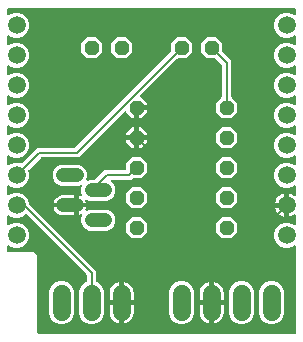
<source format=gbr>
G04 EAGLE Gerber RS-274X export*
G75*
%MOMM*%
%FSLAX34Y34*%
%LPD*%
%INBottom Copper*%
%IPPOS*%
%AMOC8*
5,1,8,0,0,1.08239X$1,22.5*%
G01*
%ADD10C,1.143000*%
%ADD11P,1.319650X8X202.500000*%
%ADD12P,1.319650X8X22.500000*%
%ADD13C,1.500000*%
%ADD14C,1.524000*%
%ADD15C,0.203200*%

G36*
X387916Y659393D02*
X387916Y659393D01*
X387974Y659391D01*
X388056Y659413D01*
X388140Y659425D01*
X388193Y659449D01*
X388249Y659463D01*
X388322Y659506D01*
X388399Y659541D01*
X388444Y659579D01*
X388494Y659609D01*
X388552Y659670D01*
X388616Y659725D01*
X388648Y659773D01*
X388688Y659816D01*
X388727Y659891D01*
X388774Y659961D01*
X388791Y660017D01*
X388818Y660069D01*
X388829Y660137D01*
X388859Y660232D01*
X388862Y660332D01*
X388873Y660400D01*
X388873Y733454D01*
X388869Y733483D01*
X388872Y733512D01*
X388849Y733623D01*
X388833Y733736D01*
X388821Y733762D01*
X388816Y733791D01*
X388764Y733892D01*
X388717Y733995D01*
X388698Y734017D01*
X388685Y734043D01*
X388607Y734126D01*
X388534Y734212D01*
X388509Y734228D01*
X388489Y734250D01*
X388391Y734307D01*
X388297Y734370D01*
X388269Y734378D01*
X388244Y734393D01*
X388134Y734421D01*
X388026Y734455D01*
X387997Y734456D01*
X387968Y734463D01*
X387855Y734460D01*
X387742Y734463D01*
X387713Y734455D01*
X387684Y734454D01*
X387576Y734419D01*
X387467Y734391D01*
X387441Y734376D01*
X387413Y734367D01*
X387350Y734321D01*
X387222Y734246D01*
X387179Y734200D01*
X387140Y734172D01*
X386975Y734007D01*
X383098Y732401D01*
X378902Y732401D01*
X375025Y734007D01*
X372057Y736975D01*
X370451Y740852D01*
X370451Y745048D01*
X372057Y748925D01*
X375025Y751893D01*
X378902Y753499D01*
X383098Y753499D01*
X386975Y751893D01*
X387140Y751728D01*
X387164Y751710D01*
X387183Y751688D01*
X387277Y751625D01*
X387367Y751557D01*
X387395Y751547D01*
X387419Y751530D01*
X387527Y751496D01*
X387633Y751456D01*
X387662Y751454D01*
X387690Y751445D01*
X387803Y751442D01*
X387916Y751432D01*
X387945Y751438D01*
X387974Y751437D01*
X388084Y751466D01*
X388195Y751488D01*
X388221Y751502D01*
X388249Y751509D01*
X388347Y751567D01*
X388447Y751619D01*
X388469Y751639D01*
X388494Y751654D01*
X388571Y751737D01*
X388653Y751815D01*
X388668Y751840D01*
X388688Y751862D01*
X388740Y751962D01*
X388797Y752060D01*
X388804Y752089D01*
X388818Y752115D01*
X388831Y752192D01*
X388867Y752336D01*
X388865Y752398D01*
X388873Y752446D01*
X388873Y759667D01*
X388860Y759758D01*
X388857Y759850D01*
X388841Y759898D01*
X388833Y759948D01*
X388796Y760032D01*
X388767Y760119D01*
X388738Y760161D01*
X388717Y760208D01*
X388658Y760278D01*
X388606Y760354D01*
X388566Y760386D01*
X388534Y760425D01*
X388457Y760476D01*
X388386Y760534D01*
X388339Y760554D01*
X388297Y760582D01*
X388209Y760610D01*
X388125Y760646D01*
X388074Y760653D01*
X388026Y760668D01*
X387934Y760670D01*
X387843Y760682D01*
X387792Y760674D01*
X387742Y760675D01*
X387653Y760652D01*
X387562Y760638D01*
X387522Y760618D01*
X387467Y760603D01*
X387330Y760522D01*
X387261Y760488D01*
X386263Y759762D01*
X384854Y759045D01*
X383351Y758557D01*
X383031Y758506D01*
X383031Y767334D01*
X383023Y767392D01*
X383025Y767450D01*
X383003Y767532D01*
X382991Y767615D01*
X382967Y767669D01*
X382953Y767725D01*
X382910Y767798D01*
X382875Y767875D01*
X382837Y767919D01*
X382807Y767970D01*
X382746Y768027D01*
X382691Y768092D01*
X382643Y768124D01*
X382600Y768164D01*
X382525Y768203D01*
X382455Y768249D01*
X382399Y768267D01*
X382347Y768294D01*
X382279Y768305D01*
X382184Y768335D01*
X382084Y768338D01*
X382016Y768349D01*
X380999Y768349D01*
X380999Y768351D01*
X382016Y768351D01*
X382074Y768359D01*
X382132Y768358D01*
X382214Y768379D01*
X382297Y768391D01*
X382351Y768415D01*
X382407Y768429D01*
X382480Y768472D01*
X382557Y768507D01*
X382602Y768545D01*
X382652Y768575D01*
X382710Y768636D01*
X382774Y768691D01*
X382806Y768739D01*
X382846Y768782D01*
X382885Y768857D01*
X382931Y768927D01*
X382949Y768983D01*
X382976Y769035D01*
X382987Y769103D01*
X383017Y769198D01*
X383020Y769298D01*
X383031Y769366D01*
X383031Y778194D01*
X383351Y778143D01*
X384854Y777655D01*
X386263Y776938D01*
X387261Y776212D01*
X387342Y776169D01*
X387419Y776118D01*
X387468Y776102D01*
X387512Y776079D01*
X387602Y776060D01*
X387690Y776032D01*
X387741Y776031D01*
X387791Y776020D01*
X387882Y776027D01*
X387974Y776025D01*
X388024Y776038D01*
X388074Y776041D01*
X388160Y776073D01*
X388249Y776097D01*
X388293Y776122D01*
X388341Y776140D01*
X388415Y776195D01*
X388494Y776242D01*
X388529Y776279D01*
X388569Y776309D01*
X388625Y776382D01*
X388688Y776449D01*
X388712Y776494D01*
X388742Y776535D01*
X388776Y776620D01*
X388818Y776702D01*
X388825Y776746D01*
X388846Y776799D01*
X388861Y776957D01*
X388873Y777033D01*
X388873Y784254D01*
X388869Y784283D01*
X388872Y784312D01*
X388849Y784423D01*
X388833Y784536D01*
X388821Y784562D01*
X388816Y784591D01*
X388764Y784692D01*
X388717Y784795D01*
X388698Y784817D01*
X388685Y784843D01*
X388607Y784926D01*
X388534Y785012D01*
X388509Y785028D01*
X388489Y785050D01*
X388391Y785107D01*
X388297Y785170D01*
X388269Y785178D01*
X388244Y785193D01*
X388134Y785221D01*
X388026Y785255D01*
X387997Y785256D01*
X387968Y785263D01*
X387855Y785260D01*
X387742Y785263D01*
X387713Y785255D01*
X387684Y785254D01*
X387576Y785219D01*
X387467Y785191D01*
X387441Y785176D01*
X387413Y785167D01*
X387350Y785121D01*
X387222Y785046D01*
X387179Y785000D01*
X387140Y784972D01*
X386975Y784807D01*
X383098Y783201D01*
X378902Y783201D01*
X375025Y784807D01*
X372057Y787775D01*
X370451Y791652D01*
X370451Y795848D01*
X372057Y799725D01*
X375025Y802693D01*
X378902Y804299D01*
X383098Y804299D01*
X386975Y802693D01*
X387140Y802528D01*
X387164Y802510D01*
X387183Y802488D01*
X387277Y802425D01*
X387367Y802357D01*
X387395Y802347D01*
X387419Y802330D01*
X387527Y802296D01*
X387633Y802256D01*
X387662Y802254D01*
X387690Y802245D01*
X387803Y802242D01*
X387916Y802232D01*
X387945Y802238D01*
X387974Y802237D01*
X388084Y802266D01*
X388195Y802288D01*
X388221Y802302D01*
X388249Y802309D01*
X388347Y802367D01*
X388447Y802419D01*
X388469Y802439D01*
X388494Y802454D01*
X388571Y802537D01*
X388653Y802615D01*
X388668Y802640D01*
X388688Y802662D01*
X388740Y802762D01*
X388797Y802860D01*
X388804Y802889D01*
X388818Y802915D01*
X388831Y802992D01*
X388867Y803136D01*
X388865Y803198D01*
X388873Y803246D01*
X388873Y809654D01*
X388869Y809683D01*
X388872Y809712D01*
X388866Y809740D01*
X388867Y809758D01*
X388849Y809825D01*
X388833Y809936D01*
X388821Y809962D01*
X388816Y809991D01*
X388796Y810030D01*
X388795Y810033D01*
X388788Y810045D01*
X388764Y810092D01*
X388717Y810195D01*
X388698Y810217D01*
X388685Y810243D01*
X388607Y810326D01*
X388534Y810412D01*
X388509Y810428D01*
X388489Y810450D01*
X388391Y810507D01*
X388297Y810570D01*
X388269Y810578D01*
X388244Y810593D01*
X388134Y810621D01*
X388026Y810655D01*
X387997Y810656D01*
X387968Y810663D01*
X387855Y810660D01*
X387742Y810663D01*
X387713Y810655D01*
X387684Y810654D01*
X387576Y810619D01*
X387572Y810618D01*
X387564Y810617D01*
X387559Y810615D01*
X387467Y810591D01*
X387441Y810576D01*
X387413Y810567D01*
X387350Y810521D01*
X387348Y810520D01*
X387305Y810501D01*
X387280Y810480D01*
X387222Y810446D01*
X387179Y810400D01*
X387140Y810372D01*
X386975Y810207D01*
X383098Y808601D01*
X378902Y808601D01*
X375025Y810207D01*
X372057Y813175D01*
X370451Y817052D01*
X370451Y821248D01*
X372057Y825125D01*
X375025Y828093D01*
X378902Y829699D01*
X383098Y829699D01*
X386975Y828093D01*
X387140Y827928D01*
X387164Y827910D01*
X387183Y827888D01*
X387277Y827825D01*
X387367Y827757D01*
X387395Y827747D01*
X387419Y827730D01*
X387527Y827696D01*
X387633Y827656D01*
X387662Y827654D01*
X387690Y827645D01*
X387803Y827642D01*
X387916Y827632D01*
X387945Y827638D01*
X387974Y827637D01*
X388084Y827666D01*
X388195Y827688D01*
X388221Y827702D01*
X388249Y827709D01*
X388347Y827767D01*
X388447Y827819D01*
X388469Y827839D01*
X388494Y827854D01*
X388571Y827937D01*
X388653Y828015D01*
X388668Y828040D01*
X388688Y828062D01*
X388740Y828162D01*
X388797Y828260D01*
X388804Y828289D01*
X388818Y828315D01*
X388831Y828392D01*
X388867Y828536D01*
X388865Y828598D01*
X388873Y828646D01*
X388873Y835054D01*
X388869Y835083D01*
X388872Y835112D01*
X388867Y835138D01*
X388867Y835139D01*
X388865Y835146D01*
X388849Y835223D01*
X388833Y835336D01*
X388821Y835362D01*
X388816Y835391D01*
X388764Y835492D01*
X388717Y835595D01*
X388698Y835617D01*
X388685Y835643D01*
X388607Y835726D01*
X388534Y835812D01*
X388509Y835828D01*
X388489Y835850D01*
X388391Y835907D01*
X388297Y835970D01*
X388269Y835978D01*
X388244Y835993D01*
X388134Y836021D01*
X388026Y836055D01*
X387997Y836056D01*
X387968Y836063D01*
X387855Y836060D01*
X387742Y836063D01*
X387713Y836055D01*
X387684Y836054D01*
X387576Y836019D01*
X387467Y835991D01*
X387441Y835976D01*
X387413Y835967D01*
X387350Y835921D01*
X387222Y835846D01*
X387179Y835800D01*
X387140Y835772D01*
X386975Y835607D01*
X383098Y834001D01*
X378902Y834001D01*
X375025Y835607D01*
X372057Y838575D01*
X370451Y842452D01*
X370451Y846648D01*
X372057Y850525D01*
X375025Y853493D01*
X378902Y855099D01*
X383098Y855099D01*
X386975Y853493D01*
X387140Y853328D01*
X387164Y853310D01*
X387183Y853288D01*
X387277Y853225D01*
X387367Y853157D01*
X387395Y853147D01*
X387419Y853130D01*
X387527Y853096D01*
X387633Y853056D01*
X387662Y853054D01*
X387690Y853045D01*
X387803Y853042D01*
X387916Y853032D01*
X387945Y853038D01*
X387974Y853037D01*
X388084Y853066D01*
X388195Y853088D01*
X388221Y853102D01*
X388249Y853109D01*
X388347Y853167D01*
X388447Y853219D01*
X388469Y853239D01*
X388494Y853254D01*
X388571Y853337D01*
X388653Y853415D01*
X388668Y853440D01*
X388688Y853462D01*
X388740Y853562D01*
X388797Y853660D01*
X388804Y853689D01*
X388818Y853715D01*
X388831Y853792D01*
X388867Y853936D01*
X388865Y853998D01*
X388873Y854046D01*
X388873Y860454D01*
X388869Y860483D01*
X388872Y860512D01*
X388849Y860623D01*
X388833Y860736D01*
X388821Y860762D01*
X388816Y860791D01*
X388764Y860892D01*
X388717Y860995D01*
X388698Y861017D01*
X388685Y861043D01*
X388607Y861126D01*
X388534Y861212D01*
X388509Y861228D01*
X388489Y861250D01*
X388391Y861307D01*
X388297Y861370D01*
X388269Y861378D01*
X388244Y861393D01*
X388134Y861421D01*
X388026Y861455D01*
X387997Y861456D01*
X387968Y861463D01*
X387855Y861460D01*
X387742Y861463D01*
X387713Y861455D01*
X387684Y861454D01*
X387576Y861419D01*
X387467Y861391D01*
X387441Y861376D01*
X387413Y861367D01*
X387350Y861321D01*
X387222Y861246D01*
X387179Y861200D01*
X387140Y861172D01*
X386975Y861007D01*
X383098Y859401D01*
X378902Y859401D01*
X375025Y861007D01*
X372057Y863975D01*
X370451Y867852D01*
X370451Y872048D01*
X372057Y875925D01*
X375025Y878893D01*
X378902Y880499D01*
X383098Y880499D01*
X386975Y878893D01*
X387140Y878728D01*
X387164Y878710D01*
X387183Y878688D01*
X387277Y878625D01*
X387367Y878557D01*
X387395Y878547D01*
X387419Y878530D01*
X387527Y878496D01*
X387633Y878456D01*
X387662Y878454D01*
X387690Y878445D01*
X387803Y878442D01*
X387916Y878432D01*
X387945Y878438D01*
X387974Y878437D01*
X388084Y878466D01*
X388195Y878488D01*
X388221Y878502D01*
X388249Y878509D01*
X388347Y878567D01*
X388447Y878619D01*
X388469Y878639D01*
X388494Y878654D01*
X388571Y878737D01*
X388653Y878815D01*
X388668Y878840D01*
X388688Y878862D01*
X388740Y878962D01*
X388797Y879060D01*
X388804Y879089D01*
X388818Y879115D01*
X388831Y879192D01*
X388867Y879336D01*
X388865Y879398D01*
X388873Y879446D01*
X388873Y885854D01*
X388869Y885883D01*
X388872Y885912D01*
X388849Y886023D01*
X388833Y886136D01*
X388821Y886162D01*
X388816Y886191D01*
X388764Y886292D01*
X388717Y886395D01*
X388698Y886417D01*
X388685Y886443D01*
X388607Y886526D01*
X388534Y886612D01*
X388509Y886628D01*
X388489Y886650D01*
X388391Y886707D01*
X388297Y886770D01*
X388269Y886778D01*
X388244Y886793D01*
X388134Y886821D01*
X388026Y886855D01*
X387997Y886856D01*
X387968Y886863D01*
X387855Y886860D01*
X387742Y886863D01*
X387713Y886855D01*
X387684Y886854D01*
X387576Y886819D01*
X387467Y886791D01*
X387441Y886776D01*
X387413Y886767D01*
X387350Y886721D01*
X387222Y886646D01*
X387179Y886600D01*
X387140Y886572D01*
X386975Y886407D01*
X383098Y884801D01*
X378902Y884801D01*
X375025Y886407D01*
X372057Y889375D01*
X370451Y893252D01*
X370451Y897448D01*
X372057Y901325D01*
X375025Y904293D01*
X378902Y905899D01*
X383098Y905899D01*
X386975Y904293D01*
X387140Y904128D01*
X387164Y904110D01*
X387183Y904088D01*
X387277Y904025D01*
X387367Y903957D01*
X387395Y903947D01*
X387419Y903930D01*
X387527Y903896D01*
X387633Y903856D01*
X387662Y903854D01*
X387690Y903845D01*
X387803Y903842D01*
X387916Y903832D01*
X387945Y903838D01*
X387974Y903837D01*
X388084Y903866D01*
X388195Y903888D01*
X388221Y903902D01*
X388249Y903909D01*
X388347Y903967D01*
X388447Y904019D01*
X388469Y904039D01*
X388494Y904054D01*
X388571Y904137D01*
X388653Y904215D01*
X388668Y904240D01*
X388688Y904262D01*
X388740Y904362D01*
X388797Y904460D01*
X388804Y904489D01*
X388818Y904515D01*
X388831Y904592D01*
X388867Y904736D01*
X388865Y904798D01*
X388873Y904846D01*
X388873Y911254D01*
X388869Y911283D01*
X388872Y911312D01*
X388849Y911423D01*
X388833Y911536D01*
X388821Y911562D01*
X388816Y911591D01*
X388764Y911692D01*
X388717Y911795D01*
X388698Y911817D01*
X388685Y911843D01*
X388607Y911926D01*
X388534Y912012D01*
X388509Y912028D01*
X388489Y912050D01*
X388391Y912107D01*
X388297Y912170D01*
X388269Y912178D01*
X388244Y912193D01*
X388134Y912221D01*
X388026Y912255D01*
X387997Y912256D01*
X387968Y912263D01*
X387855Y912260D01*
X387742Y912263D01*
X387713Y912255D01*
X387684Y912254D01*
X387576Y912219D01*
X387467Y912191D01*
X387441Y912176D01*
X387413Y912167D01*
X387350Y912121D01*
X387222Y912046D01*
X387179Y912000D01*
X387140Y911972D01*
X386975Y911807D01*
X383098Y910201D01*
X378902Y910201D01*
X375025Y911807D01*
X372057Y914775D01*
X370451Y918652D01*
X370451Y922848D01*
X372057Y926725D01*
X375025Y929693D01*
X378902Y931299D01*
X383098Y931299D01*
X386975Y929693D01*
X387140Y929528D01*
X387164Y929510D01*
X387183Y929488D01*
X387277Y929425D01*
X387367Y929357D01*
X387395Y929347D01*
X387419Y929330D01*
X387527Y929296D01*
X387633Y929256D01*
X387662Y929254D01*
X387690Y929245D01*
X387803Y929242D01*
X387916Y929232D01*
X387945Y929238D01*
X387974Y929237D01*
X388084Y929266D01*
X388195Y929288D01*
X388221Y929302D01*
X388249Y929309D01*
X388347Y929367D01*
X388447Y929419D01*
X388469Y929439D01*
X388494Y929454D01*
X388571Y929537D01*
X388653Y929615D01*
X388668Y929640D01*
X388688Y929662D01*
X388740Y929762D01*
X388797Y929860D01*
X388804Y929889D01*
X388818Y929915D01*
X388831Y929992D01*
X388867Y930136D01*
X388865Y930198D01*
X388873Y930246D01*
X388873Y933958D01*
X388865Y934016D01*
X388867Y934074D01*
X388845Y934156D01*
X388833Y934240D01*
X388810Y934293D01*
X388795Y934349D01*
X388752Y934422D01*
X388717Y934499D01*
X388679Y934544D01*
X388650Y934594D01*
X388588Y934652D01*
X388534Y934716D01*
X388485Y934748D01*
X388442Y934788D01*
X388367Y934827D01*
X388297Y934874D01*
X388241Y934891D01*
X388189Y934918D01*
X388121Y934929D01*
X388026Y934959D01*
X387926Y934962D01*
X387858Y934973D01*
X145542Y934973D01*
X145484Y934965D01*
X145426Y934967D01*
X145344Y934945D01*
X145260Y934933D01*
X145207Y934910D01*
X145151Y934895D01*
X145078Y934852D01*
X145001Y934817D01*
X144956Y934779D01*
X144906Y934750D01*
X144848Y934688D01*
X144784Y934634D01*
X144752Y934585D01*
X144712Y934542D01*
X144673Y934467D01*
X144626Y934397D01*
X144609Y934341D01*
X144582Y934289D01*
X144571Y934221D01*
X144541Y934126D01*
X144538Y934026D01*
X144527Y933958D01*
X144527Y930246D01*
X144531Y930217D01*
X144528Y930188D01*
X144551Y930077D01*
X144567Y929964D01*
X144579Y929938D01*
X144584Y929909D01*
X144636Y929808D01*
X144683Y929705D01*
X144702Y929683D01*
X144715Y929657D01*
X144793Y929574D01*
X144866Y929488D01*
X144891Y929472D01*
X144911Y929450D01*
X145009Y929393D01*
X145103Y929330D01*
X145131Y929322D01*
X145156Y929307D01*
X145266Y929279D01*
X145374Y929245D01*
X145403Y929244D01*
X145432Y929237D01*
X145545Y929240D01*
X145658Y929237D01*
X145687Y929245D01*
X145716Y929246D01*
X145824Y929281D01*
X145933Y929309D01*
X145959Y929324D01*
X145987Y929333D01*
X146050Y929379D01*
X146178Y929454D01*
X146221Y929500D01*
X146260Y929528D01*
X146425Y929693D01*
X150302Y931299D01*
X154498Y931299D01*
X158375Y929693D01*
X161343Y926725D01*
X162949Y922848D01*
X162949Y918652D01*
X161343Y914775D01*
X158375Y911807D01*
X154498Y910201D01*
X150302Y910201D01*
X146425Y911807D01*
X146260Y911972D01*
X146236Y911990D01*
X146217Y912012D01*
X146123Y912075D01*
X146033Y912143D01*
X146005Y912153D01*
X145981Y912170D01*
X145873Y912204D01*
X145767Y912244D01*
X145738Y912246D01*
X145710Y912255D01*
X145597Y912258D01*
X145484Y912268D01*
X145455Y912262D01*
X145426Y912263D01*
X145316Y912234D01*
X145205Y912212D01*
X145179Y912198D01*
X145151Y912191D01*
X145053Y912133D01*
X144953Y912081D01*
X144931Y912061D01*
X144906Y912046D01*
X144829Y911963D01*
X144747Y911885D01*
X144732Y911860D01*
X144712Y911838D01*
X144660Y911738D01*
X144603Y911640D01*
X144596Y911611D01*
X144582Y911585D01*
X144569Y911508D01*
X144533Y911364D01*
X144535Y911302D01*
X144527Y911254D01*
X144527Y904846D01*
X144531Y904817D01*
X144528Y904788D01*
X144551Y904677D01*
X144567Y904564D01*
X144579Y904538D01*
X144584Y904509D01*
X144636Y904408D01*
X144683Y904305D01*
X144702Y904283D01*
X144715Y904257D01*
X144793Y904174D01*
X144866Y904088D01*
X144891Y904072D01*
X144911Y904050D01*
X145009Y903993D01*
X145103Y903930D01*
X145131Y903922D01*
X145156Y903907D01*
X145266Y903879D01*
X145374Y903845D01*
X145403Y903844D01*
X145432Y903837D01*
X145545Y903840D01*
X145658Y903837D01*
X145687Y903845D01*
X145716Y903846D01*
X145824Y903881D01*
X145933Y903909D01*
X145959Y903924D01*
X145987Y903933D01*
X146050Y903979D01*
X146178Y904054D01*
X146221Y904100D01*
X146260Y904128D01*
X146425Y904293D01*
X150302Y905899D01*
X154498Y905899D01*
X158375Y904293D01*
X161343Y901325D01*
X162949Y897448D01*
X162949Y893252D01*
X161343Y889375D01*
X158375Y886407D01*
X154498Y884801D01*
X150302Y884801D01*
X146425Y886407D01*
X146260Y886572D01*
X146236Y886590D01*
X146217Y886612D01*
X146123Y886675D01*
X146033Y886743D01*
X146005Y886753D01*
X145981Y886770D01*
X145873Y886804D01*
X145767Y886844D01*
X145738Y886846D01*
X145710Y886855D01*
X145597Y886858D01*
X145484Y886868D01*
X145455Y886862D01*
X145426Y886863D01*
X145316Y886834D01*
X145205Y886812D01*
X145179Y886798D01*
X145151Y886791D01*
X145053Y886733D01*
X144953Y886681D01*
X144931Y886661D01*
X144906Y886646D01*
X144829Y886563D01*
X144747Y886485D01*
X144732Y886460D01*
X144712Y886438D01*
X144660Y886338D01*
X144603Y886240D01*
X144596Y886211D01*
X144582Y886185D01*
X144569Y886108D01*
X144533Y885964D01*
X144535Y885902D01*
X144527Y885854D01*
X144527Y879446D01*
X144531Y879417D01*
X144528Y879388D01*
X144551Y879277D01*
X144567Y879164D01*
X144579Y879138D01*
X144584Y879109D01*
X144636Y879008D01*
X144683Y878905D01*
X144702Y878883D01*
X144715Y878857D01*
X144793Y878774D01*
X144866Y878688D01*
X144891Y878672D01*
X144911Y878650D01*
X145009Y878593D01*
X145103Y878530D01*
X145131Y878522D01*
X145156Y878507D01*
X145266Y878479D01*
X145374Y878445D01*
X145403Y878444D01*
X145432Y878437D01*
X145545Y878440D01*
X145658Y878437D01*
X145687Y878445D01*
X145716Y878446D01*
X145824Y878481D01*
X145933Y878509D01*
X145959Y878524D01*
X145987Y878533D01*
X146050Y878579D01*
X146178Y878654D01*
X146221Y878700D01*
X146260Y878728D01*
X146425Y878893D01*
X150302Y880499D01*
X154498Y880499D01*
X158375Y878893D01*
X161343Y875925D01*
X162949Y872048D01*
X162949Y867852D01*
X161343Y863975D01*
X158375Y861007D01*
X154498Y859401D01*
X150302Y859401D01*
X146425Y861007D01*
X146260Y861172D01*
X146236Y861190D01*
X146217Y861212D01*
X146123Y861275D01*
X146033Y861343D01*
X146005Y861353D01*
X145981Y861370D01*
X145873Y861404D01*
X145767Y861444D01*
X145738Y861446D01*
X145710Y861455D01*
X145597Y861458D01*
X145484Y861468D01*
X145455Y861462D01*
X145426Y861463D01*
X145316Y861434D01*
X145205Y861412D01*
X145179Y861398D01*
X145151Y861391D01*
X145053Y861333D01*
X144953Y861281D01*
X144931Y861261D01*
X144906Y861246D01*
X144829Y861163D01*
X144747Y861085D01*
X144732Y861060D01*
X144712Y861038D01*
X144660Y860938D01*
X144603Y860840D01*
X144596Y860811D01*
X144582Y860785D01*
X144569Y860708D01*
X144533Y860564D01*
X144535Y860502D01*
X144527Y860454D01*
X144527Y854046D01*
X144531Y854017D01*
X144528Y853988D01*
X144551Y853877D01*
X144567Y853764D01*
X144579Y853738D01*
X144584Y853709D01*
X144636Y853608D01*
X144683Y853505D01*
X144702Y853483D01*
X144715Y853457D01*
X144793Y853374D01*
X144866Y853288D01*
X144891Y853272D01*
X144911Y853250D01*
X145009Y853193D01*
X145103Y853130D01*
X145131Y853122D01*
X145156Y853107D01*
X145266Y853079D01*
X145374Y853045D01*
X145403Y853044D01*
X145432Y853037D01*
X145545Y853040D01*
X145658Y853037D01*
X145687Y853045D01*
X145716Y853046D01*
X145824Y853081D01*
X145933Y853109D01*
X145959Y853124D01*
X145987Y853133D01*
X146050Y853179D01*
X146178Y853254D01*
X146221Y853300D01*
X146260Y853328D01*
X146425Y853493D01*
X150302Y855099D01*
X154498Y855099D01*
X158375Y853493D01*
X161343Y850525D01*
X162949Y846648D01*
X162949Y842452D01*
X161343Y838575D01*
X158375Y835607D01*
X154498Y834001D01*
X150302Y834001D01*
X146425Y835607D01*
X146260Y835772D01*
X146236Y835790D01*
X146217Y835812D01*
X146162Y835849D01*
X146157Y835853D01*
X146149Y835857D01*
X146123Y835875D01*
X146033Y835943D01*
X146005Y835953D01*
X145981Y835970D01*
X145873Y836004D01*
X145767Y836044D01*
X145738Y836046D01*
X145710Y836055D01*
X145597Y836058D01*
X145484Y836068D01*
X145455Y836062D01*
X145426Y836063D01*
X145316Y836034D01*
X145205Y836012D01*
X145179Y835998D01*
X145151Y835991D01*
X145053Y835933D01*
X144953Y835881D01*
X144931Y835861D01*
X144906Y835846D01*
X144829Y835763D01*
X144747Y835685D01*
X144732Y835660D01*
X144712Y835638D01*
X144660Y835538D01*
X144603Y835440D01*
X144596Y835411D01*
X144582Y835385D01*
X144569Y835308D01*
X144533Y835164D01*
X144535Y835102D01*
X144527Y835054D01*
X144527Y828646D01*
X144531Y828617D01*
X144528Y828588D01*
X144551Y828477D01*
X144567Y828364D01*
X144579Y828338D01*
X144584Y828309D01*
X144636Y828208D01*
X144683Y828105D01*
X144702Y828083D01*
X144715Y828057D01*
X144793Y827974D01*
X144866Y827888D01*
X144891Y827872D01*
X144911Y827850D01*
X145009Y827793D01*
X145103Y827730D01*
X145131Y827722D01*
X145156Y827707D01*
X145266Y827679D01*
X145374Y827645D01*
X145403Y827644D01*
X145432Y827637D01*
X145545Y827640D01*
X145658Y827637D01*
X145687Y827645D01*
X145716Y827646D01*
X145824Y827681D01*
X145933Y827709D01*
X145959Y827724D01*
X145987Y827733D01*
X146050Y827779D01*
X146178Y827854D01*
X146221Y827900D01*
X146260Y827928D01*
X146425Y828093D01*
X150302Y829699D01*
X154498Y829699D01*
X158375Y828093D01*
X161343Y825125D01*
X162949Y821248D01*
X162949Y817052D01*
X161343Y813175D01*
X158375Y810207D01*
X154498Y808601D01*
X150302Y808601D01*
X146425Y810207D01*
X146260Y810372D01*
X146236Y810390D01*
X146217Y810412D01*
X146166Y810446D01*
X146138Y810472D01*
X146102Y810491D01*
X146033Y810543D01*
X146005Y810553D01*
X145981Y810570D01*
X145894Y810597D01*
X145885Y810602D01*
X145874Y810603D01*
X145873Y810604D01*
X145767Y810644D01*
X145738Y810646D01*
X145710Y810655D01*
X145597Y810658D01*
X145484Y810668D01*
X145455Y810662D01*
X145426Y810663D01*
X145316Y810634D01*
X145205Y810612D01*
X145179Y810598D01*
X145151Y810591D01*
X145053Y810533D01*
X144953Y810481D01*
X144931Y810461D01*
X144906Y810446D01*
X144829Y810363D01*
X144747Y810285D01*
X144732Y810260D01*
X144712Y810238D01*
X144660Y810138D01*
X144629Y810085D01*
X144626Y810081D01*
X144626Y810079D01*
X144603Y810040D01*
X144596Y810011D01*
X144582Y809985D01*
X144569Y809908D01*
X144559Y809867D01*
X144541Y809810D01*
X144540Y809794D01*
X144533Y809764D01*
X144535Y809702D01*
X144527Y809654D01*
X144527Y803246D01*
X144531Y803217D01*
X144528Y803188D01*
X144551Y803077D01*
X144567Y802964D01*
X144579Y802938D01*
X144584Y802909D01*
X144636Y802808D01*
X144683Y802705D01*
X144702Y802683D01*
X144715Y802657D01*
X144793Y802574D01*
X144866Y802488D01*
X144891Y802472D01*
X144911Y802450D01*
X145009Y802393D01*
X145103Y802330D01*
X145131Y802322D01*
X145156Y802307D01*
X145266Y802279D01*
X145374Y802245D01*
X145403Y802244D01*
X145432Y802237D01*
X145545Y802240D01*
X145658Y802237D01*
X145687Y802245D01*
X145716Y802246D01*
X145824Y802281D01*
X145933Y802309D01*
X145959Y802324D01*
X145987Y802333D01*
X146050Y802379D01*
X146178Y802454D01*
X146221Y802500D01*
X146260Y802528D01*
X146425Y802693D01*
X150302Y804299D01*
X154498Y804299D01*
X155782Y803767D01*
X155784Y803766D01*
X155785Y803766D01*
X155918Y803732D01*
X156057Y803696D01*
X156059Y803696D01*
X156061Y803696D01*
X156201Y803700D01*
X156342Y803704D01*
X156343Y803705D01*
X156345Y803705D01*
X156479Y803748D01*
X156612Y803791D01*
X156614Y803792D01*
X156615Y803792D01*
X156628Y803801D01*
X156849Y803949D01*
X156868Y803973D01*
X156889Y803987D01*
X167088Y814186D01*
X169766Y816865D01*
X201096Y816865D01*
X201182Y816877D01*
X201270Y816880D01*
X201322Y816897D01*
X201377Y816905D01*
X201457Y816940D01*
X201540Y816967D01*
X201580Y816995D01*
X201637Y817021D01*
X201750Y817117D01*
X201814Y817162D01*
X282658Y898006D01*
X282710Y898076D01*
X282770Y898140D01*
X282796Y898189D01*
X282829Y898233D01*
X282860Y898315D01*
X282900Y898393D01*
X282908Y898441D01*
X282930Y898499D01*
X282942Y898647D01*
X282955Y898724D01*
X282955Y905488D01*
X288312Y910845D01*
X295888Y910845D01*
X301245Y905488D01*
X301245Y897912D01*
X295888Y892555D01*
X289124Y892555D01*
X289038Y892543D01*
X288950Y892540D01*
X288897Y892523D01*
X288843Y892515D01*
X288763Y892480D01*
X288680Y892453D01*
X288640Y892425D01*
X288583Y892399D01*
X288470Y892303D01*
X288406Y892258D01*
X257349Y861201D01*
X257314Y861154D01*
X257272Y861114D01*
X257229Y861041D01*
X257178Y860974D01*
X257157Y860919D01*
X257128Y860869D01*
X257107Y860787D01*
X257077Y860708D01*
X257072Y860650D01*
X257058Y860593D01*
X257060Y860509D01*
X257053Y860425D01*
X257065Y860367D01*
X257067Y860309D01*
X257093Y860229D01*
X257109Y860146D01*
X257136Y860094D01*
X257154Y860038D01*
X257194Y859982D01*
X257240Y859894D01*
X257309Y859821D01*
X257349Y859765D01*
X262637Y854477D01*
X262637Y852931D01*
X255016Y852931D01*
X254958Y852923D01*
X254900Y852925D01*
X254818Y852903D01*
X254735Y852891D01*
X254681Y852867D01*
X254625Y852853D01*
X254552Y852810D01*
X254475Y852775D01*
X254431Y852737D01*
X254380Y852707D01*
X254323Y852646D01*
X254258Y852591D01*
X254226Y852543D01*
X254186Y852500D01*
X254147Y852425D01*
X254101Y852355D01*
X254083Y852299D01*
X254056Y852247D01*
X254045Y852179D01*
X254015Y852084D01*
X254012Y851984D01*
X254001Y851916D01*
X254001Y850899D01*
X252984Y850899D01*
X252926Y850891D01*
X252868Y850892D01*
X252786Y850871D01*
X252703Y850859D01*
X252649Y850835D01*
X252593Y850821D01*
X252520Y850778D01*
X252443Y850743D01*
X252398Y850705D01*
X252348Y850675D01*
X252290Y850614D01*
X252226Y850559D01*
X252194Y850511D01*
X252154Y850468D01*
X252115Y850393D01*
X252069Y850323D01*
X252051Y850267D01*
X252024Y850215D01*
X252013Y850147D01*
X251983Y850052D01*
X251980Y849952D01*
X251969Y849884D01*
X251969Y842263D01*
X250423Y842263D01*
X245135Y847551D01*
X245088Y847586D01*
X245048Y847628D01*
X244975Y847671D01*
X244908Y847722D01*
X244853Y847743D01*
X244803Y847772D01*
X244721Y847793D01*
X244642Y847823D01*
X244584Y847828D01*
X244527Y847842D01*
X244443Y847840D01*
X244359Y847847D01*
X244302Y847835D01*
X244243Y847833D01*
X244163Y847807D01*
X244080Y847791D01*
X244028Y847764D01*
X243973Y847746D01*
X243916Y847706D01*
X243828Y847660D01*
X243755Y847591D01*
X243699Y847551D01*
X204884Y808735D01*
X173554Y808735D01*
X173468Y808723D01*
X173380Y808720D01*
X173328Y808703D01*
X173273Y808695D01*
X173193Y808660D01*
X173110Y808633D01*
X173070Y808605D01*
X173013Y808579D01*
X172900Y808483D01*
X172836Y808438D01*
X162637Y798239D01*
X162636Y798237D01*
X162635Y798236D01*
X162550Y798123D01*
X162466Y798011D01*
X162466Y798010D01*
X162465Y798009D01*
X162415Y797877D01*
X162365Y797746D01*
X162365Y797744D01*
X162364Y797743D01*
X162353Y797604D01*
X162341Y797462D01*
X162342Y797461D01*
X162341Y797459D01*
X162345Y797444D01*
X162397Y797184D01*
X162411Y797157D01*
X162417Y797132D01*
X162949Y795848D01*
X162949Y791652D01*
X161343Y787775D01*
X158375Y784807D01*
X154498Y783201D01*
X150302Y783201D01*
X146425Y784807D01*
X146260Y784972D01*
X146236Y784990D01*
X146217Y785012D01*
X146123Y785075D01*
X146033Y785143D01*
X146005Y785153D01*
X145981Y785170D01*
X145873Y785204D01*
X145767Y785244D01*
X145738Y785246D01*
X145710Y785255D01*
X145597Y785258D01*
X145484Y785268D01*
X145455Y785262D01*
X145426Y785263D01*
X145316Y785234D01*
X145205Y785212D01*
X145179Y785198D01*
X145151Y785191D01*
X145053Y785133D01*
X144953Y785081D01*
X144931Y785061D01*
X144906Y785046D01*
X144829Y784963D01*
X144747Y784885D01*
X144732Y784860D01*
X144712Y784838D01*
X144660Y784738D01*
X144603Y784640D01*
X144596Y784611D01*
X144582Y784585D01*
X144569Y784508D01*
X144533Y784364D01*
X144535Y784302D01*
X144527Y784254D01*
X144527Y777846D01*
X144531Y777817D01*
X144528Y777788D01*
X144551Y777677D01*
X144567Y777564D01*
X144579Y777538D01*
X144584Y777509D01*
X144636Y777408D01*
X144683Y777305D01*
X144702Y777283D01*
X144715Y777257D01*
X144793Y777174D01*
X144866Y777088D01*
X144891Y777072D01*
X144911Y777050D01*
X145009Y776993D01*
X145103Y776930D01*
X145131Y776922D01*
X145156Y776907D01*
X145266Y776879D01*
X145374Y776845D01*
X145403Y776844D01*
X145432Y776837D01*
X145545Y776840D01*
X145658Y776837D01*
X145687Y776845D01*
X145716Y776846D01*
X145824Y776881D01*
X145933Y776909D01*
X145959Y776924D01*
X145987Y776933D01*
X146050Y776979D01*
X146178Y777054D01*
X146221Y777100D01*
X146260Y777128D01*
X146425Y777293D01*
X150302Y778899D01*
X154498Y778899D01*
X158375Y777293D01*
X161343Y774325D01*
X162949Y770448D01*
X162949Y770320D01*
X162961Y770234D01*
X162964Y770146D01*
X162981Y770093D01*
X162989Y770039D01*
X163024Y769959D01*
X163051Y769876D01*
X163079Y769836D01*
X163105Y769779D01*
X163201Y769666D01*
X163246Y769602D01*
X219965Y712884D01*
X219965Y703962D01*
X219965Y703961D01*
X219965Y703959D01*
X219985Y703819D01*
X220005Y703681D01*
X220005Y703680D01*
X220005Y703678D01*
X220062Y703552D01*
X220121Y703422D01*
X220122Y703420D01*
X220123Y703419D01*
X220217Y703308D01*
X220304Y703205D01*
X220306Y703204D01*
X220307Y703202D01*
X220320Y703194D01*
X220541Y703047D01*
X220570Y703038D01*
X220591Y703024D01*
X221943Y702464D01*
X224944Y699463D01*
X226569Y695542D01*
X226569Y676058D01*
X224944Y672137D01*
X221943Y669136D01*
X218022Y667511D01*
X213778Y667511D01*
X209857Y669136D01*
X206856Y672137D01*
X205231Y676058D01*
X205231Y695542D01*
X206856Y699463D01*
X209857Y702464D01*
X211209Y703024D01*
X211210Y703025D01*
X211211Y703026D01*
X211330Y703096D01*
X211453Y703169D01*
X211454Y703170D01*
X211456Y703171D01*
X211551Y703272D01*
X211649Y703376D01*
X211649Y703377D01*
X211650Y703378D01*
X211712Y703498D01*
X211779Y703628D01*
X211779Y703630D01*
X211780Y703631D01*
X211782Y703646D01*
X211834Y703907D01*
X211831Y703938D01*
X211835Y703962D01*
X211835Y709096D01*
X211823Y709182D01*
X211820Y709270D01*
X211803Y709322D01*
X211795Y709377D01*
X211760Y709457D01*
X211733Y709540D01*
X211705Y709580D01*
X211679Y709637D01*
X211592Y709740D01*
X211575Y709768D01*
X211561Y709781D01*
X211538Y709814D01*
X160878Y760474D01*
X160831Y760509D01*
X160791Y760551D01*
X160718Y760594D01*
X160651Y760645D01*
X160596Y760666D01*
X160545Y760695D01*
X160464Y760716D01*
X160385Y760746D01*
X160327Y760751D01*
X160270Y760765D01*
X160186Y760763D01*
X160102Y760770D01*
X160044Y760758D01*
X159986Y760756D01*
X159906Y760730D01*
X159823Y760714D01*
X159771Y760687D01*
X159715Y760669D01*
X159659Y760629D01*
X159571Y760583D01*
X159498Y760514D01*
X159442Y760474D01*
X158375Y759407D01*
X154498Y757801D01*
X150302Y757801D01*
X146425Y759407D01*
X146260Y759572D01*
X146236Y759590D01*
X146217Y759612D01*
X146123Y759675D01*
X146033Y759743D01*
X146005Y759753D01*
X145981Y759770D01*
X145873Y759804D01*
X145767Y759844D01*
X145738Y759846D01*
X145710Y759855D01*
X145597Y759858D01*
X145484Y759868D01*
X145455Y759862D01*
X145426Y759863D01*
X145316Y759834D01*
X145205Y759812D01*
X145179Y759798D01*
X145151Y759791D01*
X145053Y759733D01*
X144953Y759681D01*
X144931Y759661D01*
X144906Y759646D01*
X144829Y759563D01*
X144747Y759485D01*
X144732Y759460D01*
X144712Y759438D01*
X144660Y759338D01*
X144603Y759240D01*
X144596Y759211D01*
X144582Y759185D01*
X144569Y759108D01*
X144533Y758964D01*
X144535Y758902D01*
X144527Y758854D01*
X144527Y752446D01*
X144531Y752417D01*
X144528Y752388D01*
X144551Y752277D01*
X144567Y752164D01*
X144579Y752138D01*
X144584Y752109D01*
X144636Y752008D01*
X144683Y751905D01*
X144702Y751883D01*
X144715Y751857D01*
X144793Y751774D01*
X144866Y751688D01*
X144891Y751672D01*
X144911Y751650D01*
X145009Y751593D01*
X145103Y751530D01*
X145131Y751522D01*
X145156Y751507D01*
X145266Y751479D01*
X145374Y751445D01*
X145403Y751444D01*
X145432Y751437D01*
X145545Y751440D01*
X145658Y751437D01*
X145687Y751445D01*
X145716Y751446D01*
X145824Y751481D01*
X145933Y751509D01*
X145959Y751524D01*
X145987Y751533D01*
X146050Y751579D01*
X146178Y751654D01*
X146221Y751700D01*
X146260Y751728D01*
X146425Y751893D01*
X150302Y753499D01*
X154498Y753499D01*
X158375Y751893D01*
X161343Y748925D01*
X162949Y745048D01*
X162949Y740852D01*
X161343Y736975D01*
X158375Y734007D01*
X154498Y732401D01*
X150302Y732401D01*
X146425Y734007D01*
X146260Y734172D01*
X146236Y734190D01*
X146217Y734212D01*
X146123Y734275D01*
X146033Y734343D01*
X146005Y734353D01*
X145981Y734370D01*
X145873Y734404D01*
X145767Y734444D01*
X145738Y734446D01*
X145710Y734455D01*
X145597Y734458D01*
X145484Y734468D01*
X145455Y734462D01*
X145426Y734463D01*
X145316Y734434D01*
X145205Y734412D01*
X145179Y734398D01*
X145151Y734391D01*
X145053Y734333D01*
X144953Y734281D01*
X144931Y734261D01*
X144906Y734246D01*
X144829Y734163D01*
X144747Y734085D01*
X144732Y734060D01*
X144712Y734038D01*
X144660Y733938D01*
X144603Y733840D01*
X144596Y733811D01*
X144582Y733785D01*
X144569Y733708D01*
X144533Y733564D01*
X144535Y733502D01*
X144527Y733454D01*
X144527Y729742D01*
X144535Y729684D01*
X144533Y729626D01*
X144555Y729544D01*
X144567Y729460D01*
X144590Y729407D01*
X144605Y729351D01*
X144648Y729278D01*
X144683Y729201D01*
X144721Y729156D01*
X144750Y729106D01*
X144812Y729048D01*
X144866Y728984D01*
X144915Y728952D01*
X144958Y728912D01*
X145033Y728873D01*
X145103Y728826D01*
X145159Y728809D01*
X145211Y728782D01*
X145279Y728771D01*
X145374Y728741D01*
X145474Y728738D01*
X145542Y728727D01*
X167099Y728727D01*
X169927Y725899D01*
X169927Y660400D01*
X169935Y660342D01*
X169933Y660284D01*
X169955Y660202D01*
X169967Y660119D01*
X169990Y660065D01*
X170005Y660009D01*
X170048Y659936D01*
X170083Y659859D01*
X170121Y659814D01*
X170150Y659764D01*
X170212Y659706D01*
X170266Y659642D01*
X170315Y659610D01*
X170358Y659570D01*
X170433Y659531D01*
X170503Y659485D01*
X170559Y659467D01*
X170611Y659440D01*
X170679Y659429D01*
X170774Y659399D01*
X170874Y659396D01*
X170942Y659385D01*
X387858Y659385D01*
X387916Y659393D01*
G37*
%LPC*%
G36*
X205104Y770254D02*
X205104Y770254D01*
X205104Y776389D01*
X205608Y776288D01*
X206697Y775837D01*
X206726Y775830D01*
X206752Y775816D01*
X206863Y775795D01*
X206973Y775766D01*
X207002Y775767D01*
X207031Y775761D01*
X207144Y775771D01*
X207257Y775774D01*
X207285Y775783D01*
X207314Y775786D01*
X207420Y775827D01*
X207528Y775861D01*
X207552Y775877D01*
X207579Y775888D01*
X207670Y775956D01*
X207764Y776019D01*
X207783Y776042D01*
X207806Y776060D01*
X207874Y776150D01*
X207947Y776237D01*
X207959Y776264D01*
X207976Y776287D01*
X208016Y776393D01*
X208062Y776497D01*
X208066Y776526D01*
X208077Y776553D01*
X208086Y776666D01*
X208101Y776778D01*
X208097Y776807D01*
X208099Y776837D01*
X208082Y776913D01*
X208061Y777060D01*
X208035Y777117D01*
X208024Y777164D01*
X207136Y779307D01*
X207136Y782793D01*
X207749Y784273D01*
X207756Y784301D01*
X207770Y784327D01*
X207792Y784438D01*
X207820Y784548D01*
X207819Y784577D01*
X207825Y784606D01*
X207815Y784719D01*
X207812Y784832D01*
X207803Y784860D01*
X207800Y784889D01*
X207760Y784995D01*
X207725Y785103D01*
X207709Y785127D01*
X207698Y785154D01*
X207630Y785245D01*
X207567Y785339D01*
X207544Y785358D01*
X207527Y785381D01*
X207436Y785449D01*
X207349Y785522D01*
X207323Y785534D01*
X207299Y785551D01*
X207193Y785591D01*
X207090Y785637D01*
X207060Y785641D01*
X207033Y785652D01*
X206920Y785661D01*
X206808Y785676D01*
X206779Y785672D01*
X206750Y785674D01*
X206673Y785657D01*
X206527Y785636D01*
X206470Y785610D01*
X206423Y785599D01*
X204943Y784986D01*
X190027Y784986D01*
X186806Y786320D01*
X184340Y788786D01*
X183006Y792007D01*
X183006Y795493D01*
X184340Y798714D01*
X186806Y801180D01*
X190027Y802514D01*
X204943Y802514D01*
X208164Y801180D01*
X210630Y798714D01*
X211964Y795493D01*
X211964Y792007D01*
X211351Y790527D01*
X211344Y790499D01*
X211330Y790473D01*
X211308Y790362D01*
X211280Y790252D01*
X211281Y790223D01*
X211275Y790194D01*
X211285Y790081D01*
X211288Y789968D01*
X211297Y789940D01*
X211300Y789911D01*
X211340Y789805D01*
X211375Y789697D01*
X211391Y789673D01*
X211402Y789646D01*
X211470Y789555D01*
X211533Y789461D01*
X211556Y789442D01*
X211573Y789419D01*
X211664Y789351D01*
X211751Y789278D01*
X211777Y789266D01*
X211801Y789249D01*
X211907Y789209D01*
X212010Y789163D01*
X212040Y789159D01*
X212067Y789148D01*
X212180Y789139D01*
X212292Y789124D01*
X212321Y789128D01*
X212350Y789126D01*
X212427Y789143D01*
X212573Y789164D01*
X212630Y789190D01*
X212677Y789201D01*
X214157Y789814D01*
X218495Y789814D01*
X218581Y789826D01*
X218669Y789829D01*
X218721Y789846D01*
X218776Y789854D01*
X218856Y789889D01*
X218939Y789916D01*
X218979Y789944D01*
X219036Y789970D01*
X219149Y790066D01*
X219213Y790111D01*
X226916Y797815D01*
X243840Y797815D01*
X243898Y797823D01*
X243956Y797821D01*
X244038Y797843D01*
X244122Y797855D01*
X244175Y797878D01*
X244231Y797893D01*
X244304Y797936D01*
X244381Y797971D01*
X244426Y798009D01*
X244476Y798038D01*
X244534Y798100D01*
X244598Y798154D01*
X244630Y798203D01*
X244670Y798246D01*
X244709Y798321D01*
X244756Y798391D01*
X244773Y798447D01*
X244800Y798499D01*
X244811Y798567D01*
X244841Y798662D01*
X244844Y798762D01*
X244855Y798830D01*
X244855Y803888D01*
X250212Y809245D01*
X257788Y809245D01*
X263145Y803888D01*
X263145Y796312D01*
X257788Y790955D01*
X251024Y790955D01*
X250938Y790943D01*
X250850Y790940D01*
X250798Y790923D01*
X250743Y790915D01*
X250663Y790880D01*
X250580Y790853D01*
X250540Y790825D01*
X250483Y790799D01*
X250370Y790703D01*
X250306Y790658D01*
X249334Y789685D01*
X233540Y789685D01*
X233510Y789681D01*
X233481Y789684D01*
X233370Y789661D01*
X233258Y789645D01*
X233231Y789633D01*
X233203Y789628D01*
X233102Y789575D01*
X232999Y789529D01*
X232976Y789510D01*
X232950Y789497D01*
X232868Y789419D01*
X232782Y789346D01*
X232765Y789321D01*
X232744Y789301D01*
X232687Y789203D01*
X232624Y789109D01*
X232615Y789081D01*
X232600Y789056D01*
X232573Y788946D01*
X232538Y788838D01*
X232538Y788808D01*
X232530Y788780D01*
X232534Y788667D01*
X232531Y788554D01*
X232538Y788525D01*
X232539Y788496D01*
X232574Y788388D01*
X232603Y788279D01*
X232618Y788253D01*
X232627Y788225D01*
X232672Y788162D01*
X232748Y788034D01*
X232794Y787991D01*
X232822Y787952D01*
X234760Y786014D01*
X236094Y782793D01*
X236094Y779307D01*
X234760Y776086D01*
X232294Y773620D01*
X229073Y772286D01*
X214157Y772286D01*
X212014Y773174D01*
X211985Y773181D01*
X211959Y773195D01*
X211848Y773217D01*
X211738Y773245D01*
X211709Y773244D01*
X211680Y773250D01*
X211567Y773240D01*
X211454Y773237D01*
X211426Y773228D01*
X211397Y773225D01*
X211291Y773185D01*
X211183Y773150D01*
X211159Y773134D01*
X211132Y773123D01*
X211041Y773055D01*
X210947Y772992D01*
X210928Y772969D01*
X210905Y772952D01*
X210837Y772861D01*
X210764Y772774D01*
X210752Y772747D01*
X210735Y772724D01*
X210695Y772618D01*
X210649Y772514D01*
X210645Y772485D01*
X210634Y772458D01*
X210625Y772345D01*
X210610Y772233D01*
X210614Y772204D01*
X210612Y772175D01*
X210629Y772098D01*
X210651Y771951D01*
X210676Y771895D01*
X210687Y771847D01*
X211138Y770758D01*
X211239Y770254D01*
X205104Y770254D01*
G37*
%LPD*%
%LPC*%
G36*
X326412Y841755D02*
X326412Y841755D01*
X321055Y847112D01*
X321055Y854688D01*
X325838Y859471D01*
X325890Y859540D01*
X325950Y859604D01*
X325976Y859654D01*
X326009Y859698D01*
X326040Y859779D01*
X326080Y859857D01*
X326088Y859905D01*
X326110Y859963D01*
X326122Y860111D01*
X326135Y860188D01*
X326135Y886896D01*
X326123Y886982D01*
X326120Y887070D01*
X326103Y887122D01*
X326095Y887177D01*
X326060Y887257D01*
X326033Y887340D01*
X326005Y887380D01*
X325979Y887437D01*
X325883Y887550D01*
X325838Y887614D01*
X321194Y892258D01*
X321124Y892310D01*
X321060Y892370D01*
X321011Y892396D01*
X320967Y892429D01*
X320885Y892460D01*
X320807Y892500D01*
X320759Y892508D01*
X320701Y892530D01*
X320553Y892542D01*
X320476Y892555D01*
X313712Y892555D01*
X308355Y897912D01*
X308355Y905488D01*
X313712Y910845D01*
X321288Y910845D01*
X326645Y905488D01*
X326645Y898724D01*
X326657Y898638D01*
X326660Y898550D01*
X326677Y898497D01*
X326685Y898443D01*
X326720Y898363D01*
X326747Y898280D01*
X326775Y898240D01*
X326801Y898183D01*
X326897Y898070D01*
X326942Y898006D01*
X334265Y890684D01*
X334265Y860188D01*
X334277Y860102D01*
X334280Y860014D01*
X334297Y859962D01*
X334305Y859907D01*
X334340Y859827D01*
X334367Y859744D01*
X334395Y859705D01*
X334421Y859647D01*
X334517Y859534D01*
X334562Y859471D01*
X339345Y854688D01*
X339345Y847112D01*
X333988Y841755D01*
X326412Y841755D01*
G37*
%LPD*%
%LPC*%
G36*
X188378Y667511D02*
X188378Y667511D01*
X184457Y669136D01*
X181456Y672137D01*
X179831Y676058D01*
X179831Y695542D01*
X181456Y699463D01*
X184457Y702464D01*
X188378Y704089D01*
X192622Y704089D01*
X196543Y702464D01*
X199544Y699463D01*
X201169Y695542D01*
X201169Y676058D01*
X199544Y672137D01*
X196543Y669136D01*
X192622Y667511D01*
X188378Y667511D01*
G37*
%LPD*%
%LPC*%
G36*
X289978Y667511D02*
X289978Y667511D01*
X286057Y669136D01*
X283056Y672137D01*
X281431Y676058D01*
X281431Y695542D01*
X283056Y699463D01*
X286057Y702464D01*
X289978Y704089D01*
X294222Y704089D01*
X298143Y702464D01*
X301144Y699463D01*
X302769Y695542D01*
X302769Y676058D01*
X301144Y672137D01*
X298143Y669136D01*
X294222Y667511D01*
X289978Y667511D01*
G37*
%LPD*%
%LPC*%
G36*
X340778Y667511D02*
X340778Y667511D01*
X336857Y669136D01*
X333856Y672137D01*
X332231Y676058D01*
X332231Y695542D01*
X333856Y699463D01*
X336857Y702464D01*
X340778Y704089D01*
X345022Y704089D01*
X348943Y702464D01*
X351944Y699463D01*
X353569Y695542D01*
X353569Y676058D01*
X351944Y672137D01*
X348943Y669136D01*
X345022Y667511D01*
X340778Y667511D01*
G37*
%LPD*%
%LPC*%
G36*
X366178Y667511D02*
X366178Y667511D01*
X362257Y669136D01*
X359256Y672137D01*
X357631Y676058D01*
X357631Y695542D01*
X359256Y699463D01*
X362257Y702464D01*
X366178Y704089D01*
X370422Y704089D01*
X374343Y702464D01*
X377344Y699463D01*
X378969Y695542D01*
X378969Y676058D01*
X377344Y672137D01*
X374343Y669136D01*
X370422Y667511D01*
X366178Y667511D01*
G37*
%LPD*%
%LPC*%
G36*
X214157Y746886D02*
X214157Y746886D01*
X210936Y748220D01*
X208470Y750686D01*
X207136Y753907D01*
X207136Y757393D01*
X208024Y759536D01*
X208031Y759565D01*
X208045Y759591D01*
X208066Y759700D01*
X208075Y759727D01*
X208075Y759734D01*
X208095Y759812D01*
X208094Y759841D01*
X208100Y759870D01*
X208090Y759983D01*
X208087Y760096D01*
X208078Y760124D01*
X208075Y760153D01*
X208035Y760259D01*
X208000Y760367D01*
X207984Y760391D01*
X207973Y760418D01*
X207905Y760509D01*
X207842Y760603D01*
X207819Y760622D01*
X207802Y760645D01*
X207711Y760713D01*
X207624Y760786D01*
X207597Y760798D01*
X207574Y760815D01*
X207468Y760855D01*
X207364Y760901D01*
X207335Y760905D01*
X207308Y760916D01*
X207195Y760925D01*
X207083Y760940D01*
X207054Y760936D01*
X207025Y760938D01*
X206948Y760921D01*
X206801Y760899D01*
X206745Y760874D01*
X206697Y760863D01*
X205608Y760412D01*
X205104Y760311D01*
X205104Y766446D01*
X211239Y766446D01*
X211138Y765942D01*
X210687Y764853D01*
X210680Y764824D01*
X210666Y764798D01*
X210645Y764687D01*
X210616Y764577D01*
X210617Y764548D01*
X210611Y764519D01*
X210621Y764406D01*
X210624Y764293D01*
X210633Y764265D01*
X210636Y764236D01*
X210677Y764130D01*
X210711Y764022D01*
X210727Y763998D01*
X210738Y763971D01*
X210806Y763880D01*
X210869Y763786D01*
X210892Y763767D01*
X210910Y763744D01*
X211000Y763676D01*
X211087Y763603D01*
X211114Y763591D01*
X211137Y763574D01*
X211243Y763534D01*
X211347Y763488D01*
X211376Y763484D01*
X211403Y763473D01*
X211516Y763464D01*
X211628Y763449D01*
X211657Y763453D01*
X211687Y763451D01*
X211763Y763468D01*
X211910Y763489D01*
X211967Y763515D01*
X212014Y763526D01*
X214157Y764414D01*
X229073Y764414D01*
X232294Y763080D01*
X234760Y760614D01*
X236094Y757393D01*
X236094Y753907D01*
X234760Y750686D01*
X232294Y748220D01*
X229073Y746886D01*
X214157Y746886D01*
G37*
%LPD*%
%LPC*%
G36*
X237512Y892555D02*
X237512Y892555D01*
X232155Y897912D01*
X232155Y905488D01*
X237512Y910845D01*
X245088Y910845D01*
X250445Y905488D01*
X250445Y897912D01*
X245088Y892555D01*
X237512Y892555D01*
G37*
%LPD*%
%LPC*%
G36*
X212112Y892555D02*
X212112Y892555D01*
X206755Y897912D01*
X206755Y905488D01*
X212112Y910845D01*
X219688Y910845D01*
X225045Y905488D01*
X225045Y897912D01*
X219688Y892555D01*
X212112Y892555D01*
G37*
%LPD*%
%LPC*%
G36*
X326412Y816355D02*
X326412Y816355D01*
X321055Y821712D01*
X321055Y829288D01*
X326412Y834645D01*
X333988Y834645D01*
X339345Y829288D01*
X339345Y821712D01*
X333988Y816355D01*
X326412Y816355D01*
G37*
%LPD*%
%LPC*%
G36*
X326412Y790955D02*
X326412Y790955D01*
X321055Y796312D01*
X321055Y803888D01*
X326412Y809245D01*
X333988Y809245D01*
X339345Y803888D01*
X339345Y796312D01*
X333988Y790955D01*
X326412Y790955D01*
G37*
%LPD*%
%LPC*%
G36*
X326412Y765555D02*
X326412Y765555D01*
X321055Y770912D01*
X321055Y778488D01*
X326412Y783845D01*
X333988Y783845D01*
X339345Y778488D01*
X339345Y770912D01*
X333988Y765555D01*
X326412Y765555D01*
G37*
%LPD*%
%LPC*%
G36*
X250212Y765555D02*
X250212Y765555D01*
X244855Y770912D01*
X244855Y778488D01*
X250212Y783845D01*
X257788Y783845D01*
X263145Y778488D01*
X263145Y770912D01*
X257788Y765555D01*
X250212Y765555D01*
G37*
%LPD*%
%LPC*%
G36*
X250212Y740155D02*
X250212Y740155D01*
X244855Y745512D01*
X244855Y753088D01*
X250212Y758445D01*
X257788Y758445D01*
X263145Y753088D01*
X263145Y745512D01*
X257788Y740155D01*
X250212Y740155D01*
G37*
%LPD*%
%LPC*%
G36*
X326412Y740155D02*
X326412Y740155D01*
X321055Y745512D01*
X321055Y753088D01*
X326412Y758445D01*
X333988Y758445D01*
X339345Y753088D01*
X339345Y745512D01*
X333988Y740155D01*
X326412Y740155D01*
G37*
%LPD*%
%LPC*%
G36*
X243331Y687831D02*
X243331Y687831D01*
X243331Y703386D01*
X243679Y703331D01*
X245200Y702836D01*
X246625Y702110D01*
X247919Y701170D01*
X249050Y700039D01*
X249990Y698745D01*
X250716Y697320D01*
X251211Y695799D01*
X251461Y694220D01*
X251461Y687831D01*
X243331Y687831D01*
G37*
%LPD*%
%LPC*%
G36*
X319531Y687831D02*
X319531Y687831D01*
X319531Y703386D01*
X319879Y703331D01*
X321400Y702836D01*
X322825Y702110D01*
X324119Y701170D01*
X325250Y700039D01*
X326190Y698745D01*
X326916Y697320D01*
X327411Y695799D01*
X327661Y694220D01*
X327661Y687831D01*
X319531Y687831D01*
G37*
%LPD*%
%LPC*%
G36*
X319531Y683769D02*
X319531Y683769D01*
X327661Y683769D01*
X327661Y677380D01*
X327411Y675801D01*
X326916Y674280D01*
X326190Y672855D01*
X325250Y671561D01*
X324119Y670430D01*
X322825Y669490D01*
X321400Y668764D01*
X319879Y668269D01*
X319531Y668214D01*
X319531Y683769D01*
G37*
%LPD*%
%LPC*%
G36*
X243331Y683769D02*
X243331Y683769D01*
X251461Y683769D01*
X251461Y677380D01*
X251211Y675801D01*
X250716Y674280D01*
X249990Y672855D01*
X249050Y671561D01*
X247919Y670430D01*
X246625Y669490D01*
X245200Y668764D01*
X243679Y668269D01*
X243331Y668214D01*
X243331Y683769D01*
G37*
%LPD*%
%LPC*%
G36*
X231139Y687831D02*
X231139Y687831D01*
X231139Y694220D01*
X231389Y695799D01*
X231884Y697320D01*
X232610Y698745D01*
X233550Y700039D01*
X234681Y701170D01*
X235975Y702110D01*
X237400Y702836D01*
X238921Y703331D01*
X239269Y703386D01*
X239269Y687831D01*
X231139Y687831D01*
G37*
%LPD*%
%LPC*%
G36*
X307339Y687831D02*
X307339Y687831D01*
X307339Y694220D01*
X307589Y695799D01*
X308084Y697320D01*
X308810Y698745D01*
X309750Y700039D01*
X310881Y701170D01*
X312175Y702110D01*
X313600Y702836D01*
X315121Y703331D01*
X315469Y703386D01*
X315469Y687831D01*
X307339Y687831D01*
G37*
%LPD*%
%LPC*%
G36*
X315121Y668269D02*
X315121Y668269D01*
X313600Y668764D01*
X312175Y669490D01*
X310881Y670430D01*
X309750Y671561D01*
X308810Y672855D01*
X308084Y674280D01*
X307589Y675801D01*
X307339Y677380D01*
X307339Y683769D01*
X315469Y683769D01*
X315469Y668214D01*
X315121Y668269D01*
G37*
%LPD*%
%LPC*%
G36*
X238921Y668269D02*
X238921Y668269D01*
X237400Y668764D01*
X235975Y669490D01*
X234681Y670430D01*
X233550Y671561D01*
X232610Y672855D01*
X231884Y674280D01*
X231389Y675801D01*
X231139Y677380D01*
X231139Y683769D01*
X239269Y683769D01*
X239269Y668214D01*
X238921Y668269D01*
G37*
%LPD*%
%LPC*%
G36*
X183731Y770254D02*
X183731Y770254D01*
X183832Y770758D01*
X184454Y772261D01*
X185357Y773613D01*
X186507Y774763D01*
X187859Y775666D01*
X189362Y776288D01*
X190957Y776606D01*
X201296Y776606D01*
X201296Y770254D01*
X183731Y770254D01*
G37*
%LPD*%
%LPC*%
G36*
X190957Y760094D02*
X190957Y760094D01*
X189362Y760412D01*
X187859Y761034D01*
X186507Y761937D01*
X185357Y763087D01*
X184454Y764439D01*
X183832Y765942D01*
X183731Y766446D01*
X201296Y766446D01*
X201296Y760094D01*
X190957Y760094D01*
G37*
%LPD*%
%LPC*%
G36*
X371156Y770381D02*
X371156Y770381D01*
X371207Y770701D01*
X371695Y772204D01*
X372412Y773613D01*
X373341Y774891D01*
X374459Y776009D01*
X375737Y776938D01*
X377146Y777655D01*
X378649Y778143D01*
X378969Y778194D01*
X378969Y770381D01*
X371156Y770381D01*
G37*
%LPD*%
%LPC*%
G36*
X378649Y758557D02*
X378649Y758557D01*
X377146Y759045D01*
X375737Y759762D01*
X374459Y760691D01*
X373341Y761809D01*
X372412Y763087D01*
X371695Y764496D01*
X371207Y765999D01*
X371156Y766319D01*
X378969Y766319D01*
X378969Y758506D01*
X378649Y758557D01*
G37*
%LPD*%
%LPC*%
G36*
X256031Y827531D02*
X256031Y827531D01*
X256031Y834137D01*
X257577Y834137D01*
X262637Y829077D01*
X262637Y827531D01*
X256031Y827531D01*
G37*
%LPD*%
%LPC*%
G36*
X245363Y827531D02*
X245363Y827531D01*
X245363Y829077D01*
X250423Y834137D01*
X251969Y834137D01*
X251969Y827531D01*
X245363Y827531D01*
G37*
%LPD*%
%LPC*%
G36*
X256031Y842263D02*
X256031Y842263D01*
X256031Y848869D01*
X262637Y848869D01*
X262637Y847323D01*
X257577Y842263D01*
X256031Y842263D01*
G37*
%LPD*%
%LPC*%
G36*
X256031Y816863D02*
X256031Y816863D01*
X256031Y823469D01*
X262637Y823469D01*
X262637Y821923D01*
X257577Y816863D01*
X256031Y816863D01*
G37*
%LPD*%
%LPC*%
G36*
X250423Y816863D02*
X250423Y816863D01*
X245363Y821923D01*
X245363Y823469D01*
X251969Y823469D01*
X251969Y816863D01*
X250423Y816863D01*
G37*
%LPD*%
%LPC*%
G36*
X253999Y825499D02*
X253999Y825499D01*
X253999Y825501D01*
X254001Y825501D01*
X254001Y825499D01*
X253999Y825499D01*
G37*
%LPD*%
%LPC*%
G36*
X317499Y685799D02*
X317499Y685799D01*
X317499Y685801D01*
X317501Y685801D01*
X317501Y685799D01*
X317499Y685799D01*
G37*
%LPD*%
%LPC*%
G36*
X241299Y685799D02*
X241299Y685799D01*
X241299Y685801D01*
X241301Y685801D01*
X241301Y685799D01*
X241299Y685799D01*
G37*
%LPD*%
D10*
X203200Y768350D02*
X191770Y768350D01*
X215900Y755650D02*
X227330Y755650D01*
X227330Y781050D02*
X215900Y781050D01*
X203200Y793750D02*
X191770Y793750D01*
D11*
X241300Y901700D03*
X215900Y901700D03*
D12*
X292100Y901700D03*
X317500Y901700D03*
D11*
X330200Y800100D03*
X254000Y800100D03*
X330200Y774700D03*
X254000Y774700D03*
X330200Y749300D03*
X254000Y749300D03*
X330200Y825500D03*
X254000Y825500D03*
X330200Y850900D03*
X254000Y850900D03*
D13*
X152400Y768350D03*
X152400Y793750D03*
X152400Y819150D03*
X152400Y844550D03*
X152400Y869950D03*
X152400Y895350D03*
X152400Y920750D03*
X381000Y768350D03*
X381000Y793750D03*
X381000Y819150D03*
X381000Y844550D03*
X381000Y869950D03*
X381000Y895350D03*
X381000Y920750D03*
X152400Y742950D03*
X381000Y742950D03*
D14*
X190500Y693420D02*
X190500Y678180D01*
X215900Y678180D02*
X215900Y693420D01*
X241300Y693420D02*
X241300Y678180D01*
X292100Y678180D02*
X292100Y693420D01*
X317500Y693420D02*
X317500Y678180D01*
X342900Y678180D02*
X342900Y693420D01*
X368300Y693420D02*
X368300Y678180D01*
D15*
X228600Y793750D02*
X215900Y781050D01*
X247650Y793750D02*
X254000Y800100D01*
X247650Y793750D02*
X228600Y793750D01*
X234950Y736600D02*
X238125Y733425D01*
X234950Y736600D02*
X215900Y736600D01*
X203200Y749300D01*
X203200Y768350D01*
X238125Y733425D02*
X241300Y736600D01*
X266700Y736600D01*
X276225Y746125D01*
X276225Y803275D02*
X254000Y825500D01*
X276225Y803275D02*
X276225Y746125D01*
X317500Y711200D02*
X317500Y685800D01*
X317500Y711200D02*
X323850Y711200D01*
X241300Y711200D02*
X241300Y685800D01*
X323850Y711200D02*
X381000Y768350D01*
X241300Y730250D02*
X241300Y711200D01*
X241300Y730250D02*
X238125Y733425D01*
X241300Y711200D02*
X317500Y711200D01*
X158750Y768350D02*
X152400Y768350D01*
X215900Y711200D02*
X215900Y685800D01*
X215900Y711200D02*
X158750Y768350D01*
X330200Y850900D02*
X330200Y889000D01*
X317500Y901700D01*
X171450Y812800D02*
X152400Y793750D01*
X171450Y812800D02*
X203200Y812800D01*
X292100Y901700D01*
M02*

</source>
